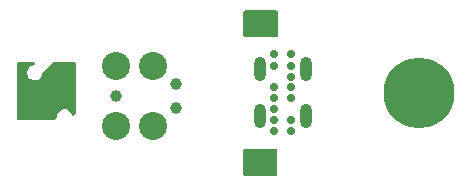
<source format=gbr>
%TF.GenerationSoftware,KiCad,Pcbnew,(6.0.0-rc1-314-g10be483430)*%
%TF.CreationDate,2021-12-09T18:24:32+11:00*%
%TF.ProjectId,project_llama,70726f6a-6563-4745-9f6c-6c616d612e6b,rev?*%
%TF.SameCoordinates,Original*%
%TF.FileFunction,Soldermask,Bot*%
%TF.FilePolarity,Negative*%
%FSLAX46Y46*%
G04 Gerber Fmt 4.6, Leading zero omitted, Abs format (unit mm)*
G04 Created by KiCad (PCBNEW (6.0.0-rc1-314-g10be483430)) date 2021-12-09 18:24:32*
%MOMM*%
%LPD*%
G01*
G04 APERTURE LIST*
%ADD10C,2.374900*%
%ADD11C,0.990600*%
%ADD12C,0.700000*%
%ADD13O,1.000000X2.050000*%
%ADD14C,6.000000*%
%ADD15C,1.000000*%
G04 APERTURE END LIST*
D10*
%TO.C,J1*%
X195860000Y-37760000D03*
D11*
X200940000Y-41316000D03*
D10*
X195860000Y-42840000D03*
D11*
X200940000Y-39284000D03*
D10*
X199035000Y-42840000D03*
X199035000Y-37760000D03*
D11*
X195860000Y-40300000D03*
%TD*%
D12*
%TO.C,J2*%
X209300000Y-43250000D03*
X209300000Y-42300000D03*
X209300000Y-41350000D03*
X209300000Y-40450000D03*
X209300000Y-39550000D03*
X209300000Y-37700000D03*
X209300000Y-36750000D03*
X210700000Y-43250000D03*
X210700000Y-42300000D03*
X210700000Y-38650000D03*
X210700000Y-39550000D03*
X210700000Y-40450000D03*
X210700000Y-37700000D03*
X210700000Y-36750000D03*
D13*
X211930000Y-38000000D03*
X211930000Y-42000000D03*
X208070000Y-38000000D03*
X208070000Y-42000000D03*
%TD*%
D14*
%TO.C,TP2*%
X221500000Y-40000000D03*
%TD*%
D15*
%TO.C,TP1*%
X190000000Y-39600000D03*
%TD*%
G36*
X209492121Y-44770603D02*
G01*
X209538614Y-44824259D01*
X209550000Y-44876601D01*
X209550000Y-46894601D01*
X209529998Y-46962722D01*
X209476342Y-47009215D01*
X209424000Y-47020601D01*
X206776000Y-47020601D01*
X206707879Y-47000599D01*
X206661386Y-46946943D01*
X206650000Y-46894601D01*
X206650000Y-44876601D01*
X206670002Y-44808480D01*
X206723658Y-44761987D01*
X206776000Y-44750601D01*
X209424000Y-44750601D01*
X209492121Y-44770603D01*
G37*
G36*
X209514731Y-33050002D02*
G01*
X209561224Y-33103658D01*
X209572610Y-33156000D01*
X209572610Y-35174000D01*
X209552608Y-35242121D01*
X209498952Y-35288614D01*
X209446610Y-35300000D01*
X206798610Y-35300000D01*
X206730489Y-35279998D01*
X206683996Y-35226342D01*
X206672610Y-35174000D01*
X206672610Y-33156000D01*
X206692612Y-33087879D01*
X206746268Y-33041386D01*
X206798610Y-33030000D01*
X209446610Y-33030000D01*
X209514731Y-33050002D01*
G37*
G36*
X188919393Y-37406464D02*
G01*
X188926414Y-37408804D01*
X188984715Y-37449319D01*
X189011858Y-37514922D01*
X188999223Y-37584786D01*
X188950824Y-37636728D01*
X188942923Y-37641038D01*
X188935473Y-37644763D01*
X188913739Y-37653217D01*
X188753095Y-37699116D01*
X188747010Y-37701196D01*
X188636883Y-37745247D01*
X188615949Y-37759051D01*
X188505940Y-37869060D01*
X188495834Y-37882290D01*
X188403084Y-38044602D01*
X188398033Y-38055900D01*
X188353212Y-38190364D01*
X188350000Y-38210157D01*
X188350000Y-38342273D01*
X188351874Y-38357496D01*
X188398328Y-38543310D01*
X188403083Y-38556166D01*
X188447467Y-38644935D01*
X188453399Y-38654531D01*
X188520221Y-38743628D01*
X188531220Y-38754976D01*
X188642747Y-38844197D01*
X188658625Y-38853450D01*
X188888839Y-38945536D01*
X188912020Y-38950000D01*
X189066221Y-38950000D01*
X189083442Y-38947588D01*
X189244385Y-38901604D01*
X189255223Y-38897389D01*
X189390914Y-38829543D01*
X189407185Y-38817815D01*
X189517815Y-38707185D01*
X189529543Y-38690914D01*
X189620209Y-38509583D01*
X189626329Y-38489368D01*
X189644638Y-38342897D01*
X189672935Y-38277783D01*
X189680570Y-38269430D01*
X190513095Y-37436905D01*
X190575407Y-37402879D01*
X190602190Y-37400000D01*
X192374000Y-37400000D01*
X192442121Y-37420002D01*
X192488614Y-37473658D01*
X192500000Y-37526000D01*
X192500000Y-41732567D01*
X192479998Y-41800688D01*
X192443892Y-41837405D01*
X192318759Y-41920827D01*
X192250984Y-41941971D01*
X192182537Y-41923117D01*
X192136169Y-41872338D01*
X192008101Y-41616202D01*
X191986970Y-41593485D01*
X191616203Y-41408101D01*
X191587939Y-41403015D01*
X191216618Y-41495845D01*
X191187887Y-41512113D01*
X191007185Y-41692815D01*
X190995457Y-41709086D01*
X190906560Y-41886881D01*
X190900000Y-41914668D01*
X190900000Y-42047810D01*
X190879998Y-42115931D01*
X190863095Y-42136905D01*
X190736905Y-42263095D01*
X190674593Y-42297121D01*
X190647810Y-42300000D01*
X187626000Y-42300000D01*
X187557879Y-42279998D01*
X187511386Y-42226342D01*
X187500000Y-42174000D01*
X187500000Y-37526000D01*
X187520002Y-37457879D01*
X187573658Y-37411386D01*
X187626000Y-37400000D01*
X188879553Y-37400000D01*
X188919393Y-37406464D01*
G37*
M02*

</source>
